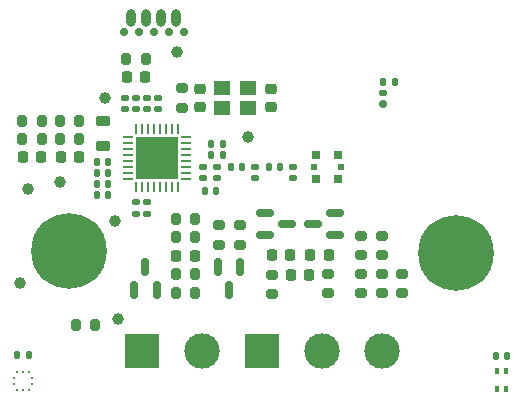
<source format=gts>
G04 #@! TF.GenerationSoftware,KiCad,Pcbnew,(6.0.9)*
G04 #@! TF.CreationDate,2022-11-24T22:46:59+01:00*
G04 #@! TF.ProjectId,telinksensor-hw,74656c69-6e6b-4736-956e-736f722d6877,rev?*
G04 #@! TF.SameCoordinates,Original*
G04 #@! TF.FileFunction,Soldermask,Top*
G04 #@! TF.FilePolarity,Negative*
%FSLAX46Y46*%
G04 Gerber Fmt 4.6, Leading zero omitted, Abs format (unit mm)*
G04 Created by KiCad (PCBNEW (6.0.9)) date 2022-11-24 22:46:59*
%MOMM*%
%LPD*%
G01*
G04 APERTURE LIST*
G04 Aperture macros list*
%AMRoundRect*
0 Rectangle with rounded corners*
0 $1 Rounding radius*
0 $2 $3 $4 $5 $6 $7 $8 $9 X,Y pos of 4 corners*
0 Add a 4 corners polygon primitive as box body*
4,1,4,$2,$3,$4,$5,$6,$7,$8,$9,$2,$3,0*
0 Add four circle primitives for the rounded corners*
1,1,$1+$1,$2,$3*
1,1,$1+$1,$4,$5*
1,1,$1+$1,$6,$7*
1,1,$1+$1,$8,$9*
0 Add four rect primitives between the rounded corners*
20,1,$1+$1,$2,$3,$4,$5,0*
20,1,$1+$1,$4,$5,$6,$7,0*
20,1,$1+$1,$6,$7,$8,$9,0*
20,1,$1+$1,$8,$9,$2,$3,0*%
G04 Aperture macros list end*
%ADD10RoundRect,0.160000X0.160000X-0.160000X0.160000X0.160000X-0.160000X0.160000X-0.160000X-0.160000X0*%
%ADD11RoundRect,0.140000X0.170000X-0.140000X0.170000X0.140000X-0.170000X0.140000X-0.170000X-0.140000X0*%
%ADD12RoundRect,0.140000X0.140000X0.170000X-0.140000X0.170000X-0.140000X-0.170000X0.140000X-0.170000X0*%
%ADD13RoundRect,0.225000X-0.225000X-0.250000X0.225000X-0.250000X0.225000X0.250000X-0.225000X0.250000X0*%
%ADD14RoundRect,0.140000X-0.170000X0.140000X-0.170000X-0.140000X0.170000X-0.140000X0.170000X0.140000X0*%
%ADD15C,1.000000*%
%ADD16RoundRect,0.200000X0.275000X-0.200000X0.275000X0.200000X-0.275000X0.200000X-0.275000X-0.200000X0*%
%ADD17C,6.400000*%
%ADD18C,0.800000*%
%ADD19RoundRect,0.140000X-0.140000X-0.170000X0.140000X-0.170000X0.140000X0.170000X-0.140000X0.170000X0*%
%ADD20RoundRect,0.147500X0.172500X-0.147500X0.172500X0.147500X-0.172500X0.147500X-0.172500X-0.147500X0*%
%ADD21RoundRect,0.062500X-0.062500X0.337500X-0.062500X-0.337500X0.062500X-0.337500X0.062500X0.337500X0*%
%ADD22RoundRect,0.062500X-0.337500X0.062500X-0.337500X-0.062500X0.337500X-0.062500X0.337500X0.062500X0*%
%ADD23R,3.600000X3.600000*%
%ADD24R,0.450000X0.600000*%
%ADD25RoundRect,0.200000X0.200000X0.275000X-0.200000X0.275000X-0.200000X-0.275000X0.200000X-0.275000X0*%
%ADD26RoundRect,0.200000X-0.200000X-0.275000X0.200000X-0.275000X0.200000X0.275000X-0.200000X0.275000X0*%
%ADD27RoundRect,0.150000X0.150000X-0.587500X0.150000X0.587500X-0.150000X0.587500X-0.150000X-0.587500X0*%
%ADD28RoundRect,0.150000X0.587500X0.150000X-0.587500X0.150000X-0.587500X-0.150000X0.587500X-0.150000X0*%
%ADD29RoundRect,0.218750X0.381250X-0.218750X0.381250X0.218750X-0.381250X0.218750X-0.381250X-0.218750X0*%
%ADD30C,0.700000*%
%ADD31O,0.800000X1.500000*%
%ADD32RoundRect,0.200000X-0.275000X0.200000X-0.275000X-0.200000X0.275000X-0.200000X0.275000X0.200000X0*%
%ADD33RoundRect,0.225000X0.250000X-0.225000X0.250000X0.225000X-0.250000X0.225000X-0.250000X-0.225000X0*%
%ADD34RoundRect,0.225000X-0.250000X0.225000X-0.250000X-0.225000X0.250000X-0.225000X0.250000X0.225000X0*%
%ADD35R,0.580000X0.500000*%
%ADD36R,0.800000X0.750000*%
%ADD37RoundRect,0.150000X-0.587500X-0.150000X0.587500X-0.150000X0.587500X0.150000X-0.587500X0.150000X0*%
%ADD38RoundRect,0.147500X-0.147500X-0.172500X0.147500X-0.172500X0.147500X0.172500X-0.147500X0.172500X0*%
%ADD39RoundRect,0.150000X-0.150000X0.587500X-0.150000X-0.587500X0.150000X-0.587500X0.150000X0.587500X0*%
%ADD40R,0.275000X0.250000*%
%ADD41R,0.250000X0.275000*%
%ADD42R,1.400000X1.200000*%
%ADD43R,3.000000X3.000000*%
%ADD44C,3.000000*%
G04 APERTURE END LIST*
D10*
X176150000Y-91960000D03*
D11*
X176150000Y-91000000D03*
D12*
X152854536Y-97758963D03*
X151894536Y-97758963D03*
D13*
X158625000Y-104750000D03*
X160175000Y-104750000D03*
D14*
X162099999Y-97255000D03*
X162099999Y-98215000D03*
X165300001Y-97250000D03*
X165300001Y-98210000D03*
D11*
X157056411Y-92350086D03*
X157056411Y-91390086D03*
X156134793Y-92356173D03*
X156134793Y-91396173D03*
D15*
X145400000Y-107100000D03*
D16*
X174300000Y-104725000D03*
X174300000Y-103075000D03*
D13*
X148825000Y-96400000D03*
X150375000Y-96400000D03*
D17*
X182300000Y-104500000D03*
D18*
X183997056Y-106197056D03*
X180602944Y-106197056D03*
X184700000Y-104500000D03*
X182300000Y-106900000D03*
X179900000Y-104500000D03*
X183997056Y-102802944D03*
X182300000Y-102100000D03*
X180602944Y-102802944D03*
D12*
X152859272Y-99600000D03*
X151899272Y-99600000D03*
D19*
X161597306Y-95298807D03*
X162557306Y-95298807D03*
D20*
X160900000Y-98220000D03*
X160900000Y-97250000D03*
D12*
X186630000Y-113257570D03*
X185670000Y-113257570D03*
D21*
X158750000Y-94050000D03*
X158250000Y-94050000D03*
X157750000Y-94050000D03*
X157250000Y-94050000D03*
X156750000Y-94050000D03*
X156250000Y-94050000D03*
X155750000Y-94050000D03*
X155250000Y-94050000D03*
D22*
X154550000Y-94750000D03*
X154550000Y-95250000D03*
X154550000Y-95750000D03*
X154550000Y-96250000D03*
X154550000Y-96750000D03*
X154550000Y-97250000D03*
X154550000Y-97750000D03*
X154550000Y-98250000D03*
D21*
X155250000Y-98950000D03*
X155750000Y-98950000D03*
X156250000Y-98950000D03*
X156750000Y-98950000D03*
X157250000Y-98950000D03*
X157750000Y-98950000D03*
X158250000Y-98950000D03*
X158750000Y-98950000D03*
D22*
X159450000Y-98250000D03*
X159450000Y-97750000D03*
X159450000Y-97250000D03*
X159450000Y-96750000D03*
X159450000Y-96250000D03*
X159450000Y-95750000D03*
X159450000Y-95250000D03*
X159450000Y-94750000D03*
D23*
X157000000Y-96500000D03*
D24*
X185750000Y-116040000D03*
X186550000Y-116040000D03*
X186550000Y-114540000D03*
X185750000Y-114540000D03*
D25*
X150425000Y-93400000D03*
X148775000Y-93400000D03*
D13*
X145625000Y-96400000D03*
X147175000Y-96400000D03*
D14*
X156100000Y-100242624D03*
X156100000Y-101202624D03*
D15*
X153400000Y-101800000D03*
D26*
X148775000Y-94900000D03*
X150425000Y-94900000D03*
D14*
X168520000Y-97250000D03*
X168520000Y-98210000D03*
D16*
X159075000Y-92225000D03*
X159075000Y-90575000D03*
D13*
X154425000Y-89600000D03*
X155975000Y-89600000D03*
D27*
X155050000Y-107637500D03*
X156950000Y-107637500D03*
X156000000Y-105762500D03*
D19*
X161595000Y-96225000D03*
X162555000Y-96225000D03*
D16*
X162200000Y-103850000D03*
X162200000Y-102200000D03*
D19*
X163220000Y-97250000D03*
X164180000Y-97250000D03*
D28*
X172077500Y-103050000D03*
X172077500Y-101150000D03*
X170202500Y-102100000D03*
D13*
X168331250Y-106400000D03*
X169881250Y-106400000D03*
D16*
X174300000Y-107925000D03*
X174300000Y-106275000D03*
D12*
X152857588Y-98676164D03*
X151897588Y-98676164D03*
D29*
X152375000Y-95462500D03*
X152375000Y-93337500D03*
D19*
X145164014Y-113192664D03*
X146124014Y-113192664D03*
D25*
X156025000Y-88100000D03*
X154375000Y-88100000D03*
D26*
X145575000Y-93400000D03*
X147225000Y-93400000D03*
D15*
X146100000Y-99100000D03*
D18*
X147802944Y-102702944D03*
X149500000Y-102000000D03*
X151197056Y-102702944D03*
X151197056Y-106097056D03*
D17*
X149500000Y-104400000D03*
D18*
X147100000Y-104400000D03*
X149500000Y-106800000D03*
X147802944Y-106097056D03*
X151900000Y-104400000D03*
D30*
X154165000Y-85785000D03*
X155435000Y-85785000D03*
X159245000Y-85785000D03*
X156705000Y-85785000D03*
X157975000Y-85785000D03*
D31*
X154800000Y-84630000D03*
X156070000Y-84630000D03*
X157340000Y-84630000D03*
X158610000Y-84630000D03*
D32*
X176000000Y-106275000D03*
X176000000Y-107925000D03*
D33*
X160659441Y-92175000D03*
X160659441Y-90625000D03*
D32*
X177700000Y-106275000D03*
X177700000Y-107925000D03*
D13*
X169975000Y-104700000D03*
X171525000Y-104700000D03*
X166687500Y-104700000D03*
X168237500Y-104700000D03*
D32*
X166712500Y-106375000D03*
X166712500Y-108025000D03*
D11*
X154300000Y-92352403D03*
X154300000Y-91392403D03*
D14*
X155185478Y-100236648D03*
X155185478Y-101196648D03*
D26*
X158575000Y-107900000D03*
X160225000Y-107900000D03*
D34*
X166600000Y-90625000D03*
X166600000Y-92175000D03*
D19*
X161020000Y-99300000D03*
X161980000Y-99300000D03*
D35*
X172560000Y-97250000D03*
X170240000Y-97250000D03*
D36*
X170450000Y-98275000D03*
X170450000Y-96225000D03*
X172350000Y-98275000D03*
X172350000Y-96225000D03*
D15*
X148800000Y-98500000D03*
D19*
X176150000Y-90050000D03*
X177110000Y-90050000D03*
D37*
X166125000Y-101150000D03*
X166125000Y-103050000D03*
X168000000Y-102100000D03*
D38*
X166435000Y-97250000D03*
X167405000Y-97250000D03*
D32*
X171500000Y-106275000D03*
X171500000Y-107925000D03*
X164000000Y-102200000D03*
X164000000Y-103850000D03*
D16*
X176000000Y-104725000D03*
X176000000Y-103075000D03*
D15*
X153700000Y-110100000D03*
X158700000Y-87500000D03*
D25*
X160225000Y-103175000D03*
X158575000Y-103175000D03*
D39*
X164050000Y-105762500D03*
X162150000Y-105762500D03*
X163100000Y-107637500D03*
D11*
X155216441Y-92355000D03*
X155216441Y-91395000D03*
D15*
X152600000Y-91400000D03*
D25*
X147225000Y-94900000D03*
X145575000Y-94900000D03*
D26*
X150094491Y-110600000D03*
X151744491Y-110600000D03*
D15*
X164700000Y-94700000D03*
D12*
X152855000Y-96844312D03*
X151895000Y-96844312D03*
D40*
X144887500Y-115100000D03*
X144887500Y-115600000D03*
D41*
X145150000Y-116112500D03*
X145650000Y-116112500D03*
X146150000Y-116112500D03*
D40*
X146412500Y-115600000D03*
X146412500Y-115100000D03*
D41*
X146150000Y-114587500D03*
X145650000Y-114587500D03*
X145150000Y-114587500D03*
D26*
X158575000Y-106325000D03*
X160225000Y-106325000D03*
D42*
X162530151Y-92250000D03*
X164730151Y-92250000D03*
X164730151Y-90550000D03*
X162530151Y-90550000D03*
D25*
X160225000Y-101625000D03*
X158575000Y-101625000D03*
D43*
X155760000Y-112800000D03*
D44*
X160840000Y-112800000D03*
D43*
X165900000Y-112800000D03*
D44*
X170980000Y-112800000D03*
X176060000Y-112800000D03*
M02*

</source>
